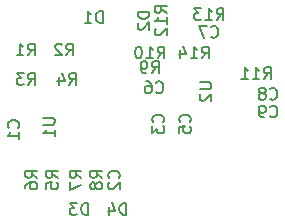
<source format=gbo>
%TF.GenerationSoftware,KiCad,Pcbnew,8.0.7*%
%TF.CreationDate,2024-12-30T16:44:34+01:00*%
%TF.ProjectId,arnie48,61726e69-6534-4382-9e6b-696361645f70,rev?*%
%TF.SameCoordinates,Original*%
%TF.FileFunction,Legend,Bot*%
%TF.FilePolarity,Positive*%
%FSLAX46Y46*%
G04 Gerber Fmt 4.6, Leading zero omitted, Abs format (unit mm)*
G04 Created by KiCad (PCBNEW 8.0.7) date 2024-12-30 16:44:34*
%MOMM*%
%LPD*%
G01*
G04 APERTURE LIST*
%ADD10C,0.150000*%
%ADD11R,1.700000X1.700000*%
G04 APERTURE END LIST*
D10*
X92666666Y-108359580D02*
X92714285Y-108407200D01*
X92714285Y-108407200D02*
X92857142Y-108454819D01*
X92857142Y-108454819D02*
X92952380Y-108454819D01*
X92952380Y-108454819D02*
X93095237Y-108407200D01*
X93095237Y-108407200D02*
X93190475Y-108311961D01*
X93190475Y-108311961D02*
X93238094Y-108216723D01*
X93238094Y-108216723D02*
X93285713Y-108026247D01*
X93285713Y-108026247D02*
X93285713Y-107883390D01*
X93285713Y-107883390D02*
X93238094Y-107692914D01*
X93238094Y-107692914D02*
X93190475Y-107597676D01*
X93190475Y-107597676D02*
X93095237Y-107502438D01*
X93095237Y-107502438D02*
X92952380Y-107454819D01*
X92952380Y-107454819D02*
X92857142Y-107454819D01*
X92857142Y-107454819D02*
X92714285Y-107502438D01*
X92714285Y-107502438D02*
X92666666Y-107550057D01*
X92333332Y-107454819D02*
X91666666Y-107454819D01*
X91666666Y-107454819D02*
X92095237Y-108454819D01*
X88904819Y-106357142D02*
X88428628Y-106023809D01*
X88904819Y-105785714D02*
X87904819Y-105785714D01*
X87904819Y-105785714D02*
X87904819Y-106166666D01*
X87904819Y-106166666D02*
X87952438Y-106261904D01*
X87952438Y-106261904D02*
X88000057Y-106309523D01*
X88000057Y-106309523D02*
X88095295Y-106357142D01*
X88095295Y-106357142D02*
X88238152Y-106357142D01*
X88238152Y-106357142D02*
X88333390Y-106309523D01*
X88333390Y-106309523D02*
X88381009Y-106261904D01*
X88381009Y-106261904D02*
X88428628Y-106166666D01*
X88428628Y-106166666D02*
X88428628Y-105785714D01*
X88904819Y-107309523D02*
X88904819Y-106738095D01*
X88904819Y-107023809D02*
X87904819Y-107023809D01*
X87904819Y-107023809D02*
X88047676Y-106928571D01*
X88047676Y-106928571D02*
X88142914Y-106833333D01*
X88142914Y-106833333D02*
X88190533Y-106738095D01*
X88000057Y-107690476D02*
X87952438Y-107738095D01*
X87952438Y-107738095D02*
X87904819Y-107833333D01*
X87904819Y-107833333D02*
X87904819Y-108071428D01*
X87904819Y-108071428D02*
X87952438Y-108166666D01*
X87952438Y-108166666D02*
X88000057Y-108214285D01*
X88000057Y-108214285D02*
X88095295Y-108261904D01*
X88095295Y-108261904D02*
X88190533Y-108261904D01*
X88190533Y-108261904D02*
X88333390Y-108214285D01*
X88333390Y-108214285D02*
X88904819Y-107642857D01*
X88904819Y-107642857D02*
X88904819Y-108261904D01*
X85488094Y-123454819D02*
X85488094Y-122454819D01*
X85488094Y-122454819D02*
X85249999Y-122454819D01*
X85249999Y-122454819D02*
X85107142Y-122502438D01*
X85107142Y-122502438D02*
X85011904Y-122597676D01*
X85011904Y-122597676D02*
X84964285Y-122692914D01*
X84964285Y-122692914D02*
X84916666Y-122883390D01*
X84916666Y-122883390D02*
X84916666Y-123026247D01*
X84916666Y-123026247D02*
X84964285Y-123216723D01*
X84964285Y-123216723D02*
X85011904Y-123311961D01*
X85011904Y-123311961D02*
X85107142Y-123407200D01*
X85107142Y-123407200D02*
X85249999Y-123454819D01*
X85249999Y-123454819D02*
X85488094Y-123454819D01*
X84059523Y-122788152D02*
X84059523Y-123454819D01*
X84297618Y-122407200D02*
X84535713Y-123121485D01*
X84535713Y-123121485D02*
X83916666Y-123121485D01*
X97142857Y-111954819D02*
X97476190Y-111478628D01*
X97714285Y-111954819D02*
X97714285Y-110954819D01*
X97714285Y-110954819D02*
X97333333Y-110954819D01*
X97333333Y-110954819D02*
X97238095Y-111002438D01*
X97238095Y-111002438D02*
X97190476Y-111050057D01*
X97190476Y-111050057D02*
X97142857Y-111145295D01*
X97142857Y-111145295D02*
X97142857Y-111288152D01*
X97142857Y-111288152D02*
X97190476Y-111383390D01*
X97190476Y-111383390D02*
X97238095Y-111431009D01*
X97238095Y-111431009D02*
X97333333Y-111478628D01*
X97333333Y-111478628D02*
X97714285Y-111478628D01*
X96190476Y-111954819D02*
X96761904Y-111954819D01*
X96476190Y-111954819D02*
X96476190Y-110954819D01*
X96476190Y-110954819D02*
X96571428Y-111097676D01*
X96571428Y-111097676D02*
X96666666Y-111192914D01*
X96666666Y-111192914D02*
X96761904Y-111240533D01*
X95238095Y-111954819D02*
X95809523Y-111954819D01*
X95523809Y-111954819D02*
X95523809Y-110954819D01*
X95523809Y-110954819D02*
X95619047Y-111097676D01*
X95619047Y-111097676D02*
X95714285Y-111192914D01*
X95714285Y-111192914D02*
X95809523Y-111240533D01*
X97666666Y-113609580D02*
X97714285Y-113657200D01*
X97714285Y-113657200D02*
X97857142Y-113704819D01*
X97857142Y-113704819D02*
X97952380Y-113704819D01*
X97952380Y-113704819D02*
X98095237Y-113657200D01*
X98095237Y-113657200D02*
X98190475Y-113561961D01*
X98190475Y-113561961D02*
X98238094Y-113466723D01*
X98238094Y-113466723D02*
X98285713Y-113276247D01*
X98285713Y-113276247D02*
X98285713Y-113133390D01*
X98285713Y-113133390D02*
X98238094Y-112942914D01*
X98238094Y-112942914D02*
X98190475Y-112847676D01*
X98190475Y-112847676D02*
X98095237Y-112752438D01*
X98095237Y-112752438D02*
X97952380Y-112704819D01*
X97952380Y-112704819D02*
X97857142Y-112704819D01*
X97857142Y-112704819D02*
X97714285Y-112752438D01*
X97714285Y-112752438D02*
X97666666Y-112800057D01*
X97095237Y-113133390D02*
X97190475Y-113085771D01*
X97190475Y-113085771D02*
X97238094Y-113038152D01*
X97238094Y-113038152D02*
X97285713Y-112942914D01*
X97285713Y-112942914D02*
X97285713Y-112895295D01*
X97285713Y-112895295D02*
X97238094Y-112800057D01*
X97238094Y-112800057D02*
X97190475Y-112752438D01*
X97190475Y-112752438D02*
X97095237Y-112704819D01*
X97095237Y-112704819D02*
X96904761Y-112704819D01*
X96904761Y-112704819D02*
X96809523Y-112752438D01*
X96809523Y-112752438D02*
X96761904Y-112800057D01*
X96761904Y-112800057D02*
X96714285Y-112895295D01*
X96714285Y-112895295D02*
X96714285Y-112942914D01*
X96714285Y-112942914D02*
X96761904Y-113038152D01*
X96761904Y-113038152D02*
X96809523Y-113085771D01*
X96809523Y-113085771D02*
X96904761Y-113133390D01*
X96904761Y-113133390D02*
X97095237Y-113133390D01*
X97095237Y-113133390D02*
X97190475Y-113181009D01*
X97190475Y-113181009D02*
X97238094Y-113228628D01*
X97238094Y-113228628D02*
X97285713Y-113323866D01*
X97285713Y-113323866D02*
X97285713Y-113514342D01*
X97285713Y-113514342D02*
X97238094Y-113609580D01*
X97238094Y-113609580D02*
X97190475Y-113657200D01*
X97190475Y-113657200D02*
X97095237Y-113704819D01*
X97095237Y-113704819D02*
X96904761Y-113704819D01*
X96904761Y-113704819D02*
X96809523Y-113657200D01*
X96809523Y-113657200D02*
X96761904Y-113609580D01*
X96761904Y-113609580D02*
X96714285Y-113514342D01*
X96714285Y-113514342D02*
X96714285Y-113323866D01*
X96714285Y-113323866D02*
X96761904Y-113228628D01*
X96761904Y-113228628D02*
X96809523Y-113181009D01*
X96809523Y-113181009D02*
X96904761Y-113133390D01*
X87666666Y-111454819D02*
X87999999Y-110978628D01*
X88238094Y-111454819D02*
X88238094Y-110454819D01*
X88238094Y-110454819D02*
X87857142Y-110454819D01*
X87857142Y-110454819D02*
X87761904Y-110502438D01*
X87761904Y-110502438D02*
X87714285Y-110550057D01*
X87714285Y-110550057D02*
X87666666Y-110645295D01*
X87666666Y-110645295D02*
X87666666Y-110788152D01*
X87666666Y-110788152D02*
X87714285Y-110883390D01*
X87714285Y-110883390D02*
X87761904Y-110931009D01*
X87761904Y-110931009D02*
X87857142Y-110978628D01*
X87857142Y-110978628D02*
X88238094Y-110978628D01*
X87190475Y-111454819D02*
X86999999Y-111454819D01*
X86999999Y-111454819D02*
X86904761Y-111407200D01*
X86904761Y-111407200D02*
X86857142Y-111359580D01*
X86857142Y-111359580D02*
X86761904Y-111216723D01*
X86761904Y-111216723D02*
X86714285Y-111026247D01*
X86714285Y-111026247D02*
X86714285Y-110645295D01*
X86714285Y-110645295D02*
X86761904Y-110550057D01*
X86761904Y-110550057D02*
X86809523Y-110502438D01*
X86809523Y-110502438D02*
X86904761Y-110454819D01*
X86904761Y-110454819D02*
X87095237Y-110454819D01*
X87095237Y-110454819D02*
X87190475Y-110502438D01*
X87190475Y-110502438D02*
X87238094Y-110550057D01*
X87238094Y-110550057D02*
X87285713Y-110645295D01*
X87285713Y-110645295D02*
X87285713Y-110883390D01*
X87285713Y-110883390D02*
X87238094Y-110978628D01*
X87238094Y-110978628D02*
X87190475Y-111026247D01*
X87190475Y-111026247D02*
X87095237Y-111073866D01*
X87095237Y-111073866D02*
X86904761Y-111073866D01*
X86904761Y-111073866D02*
X86809523Y-111026247D01*
X86809523Y-111026247D02*
X86761904Y-110978628D01*
X86761904Y-110978628D02*
X86714285Y-110883390D01*
X78454819Y-115238095D02*
X79264342Y-115238095D01*
X79264342Y-115238095D02*
X79359580Y-115285714D01*
X79359580Y-115285714D02*
X79407200Y-115333333D01*
X79407200Y-115333333D02*
X79454819Y-115428571D01*
X79454819Y-115428571D02*
X79454819Y-115619047D01*
X79454819Y-115619047D02*
X79407200Y-115714285D01*
X79407200Y-115714285D02*
X79359580Y-115761904D01*
X79359580Y-115761904D02*
X79264342Y-115809523D01*
X79264342Y-115809523D02*
X78454819Y-115809523D01*
X79454819Y-116809523D02*
X79454819Y-116238095D01*
X79454819Y-116523809D02*
X78454819Y-116523809D01*
X78454819Y-116523809D02*
X78597676Y-116428571D01*
X78597676Y-116428571D02*
X78692914Y-116333333D01*
X78692914Y-116333333D02*
X78740533Y-116238095D01*
X91704819Y-112238095D02*
X92514342Y-112238095D01*
X92514342Y-112238095D02*
X92609580Y-112285714D01*
X92609580Y-112285714D02*
X92657200Y-112333333D01*
X92657200Y-112333333D02*
X92704819Y-112428571D01*
X92704819Y-112428571D02*
X92704819Y-112619047D01*
X92704819Y-112619047D02*
X92657200Y-112714285D01*
X92657200Y-112714285D02*
X92609580Y-112761904D01*
X92609580Y-112761904D02*
X92514342Y-112809523D01*
X92514342Y-112809523D02*
X91704819Y-112809523D01*
X91800057Y-113238095D02*
X91752438Y-113285714D01*
X91752438Y-113285714D02*
X91704819Y-113380952D01*
X91704819Y-113380952D02*
X91704819Y-113619047D01*
X91704819Y-113619047D02*
X91752438Y-113714285D01*
X91752438Y-113714285D02*
X91800057Y-113761904D01*
X91800057Y-113761904D02*
X91895295Y-113809523D01*
X91895295Y-113809523D02*
X91990533Y-113809523D01*
X91990533Y-113809523D02*
X92133390Y-113761904D01*
X92133390Y-113761904D02*
X92704819Y-113190476D01*
X92704819Y-113190476D02*
X92704819Y-113809523D01*
X91892857Y-110204819D02*
X92226190Y-109728628D01*
X92464285Y-110204819D02*
X92464285Y-109204819D01*
X92464285Y-109204819D02*
X92083333Y-109204819D01*
X92083333Y-109204819D02*
X91988095Y-109252438D01*
X91988095Y-109252438D02*
X91940476Y-109300057D01*
X91940476Y-109300057D02*
X91892857Y-109395295D01*
X91892857Y-109395295D02*
X91892857Y-109538152D01*
X91892857Y-109538152D02*
X91940476Y-109633390D01*
X91940476Y-109633390D02*
X91988095Y-109681009D01*
X91988095Y-109681009D02*
X92083333Y-109728628D01*
X92083333Y-109728628D02*
X92464285Y-109728628D01*
X90940476Y-110204819D02*
X91511904Y-110204819D01*
X91226190Y-110204819D02*
X91226190Y-109204819D01*
X91226190Y-109204819D02*
X91321428Y-109347676D01*
X91321428Y-109347676D02*
X91416666Y-109442914D01*
X91416666Y-109442914D02*
X91511904Y-109490533D01*
X90083333Y-109538152D02*
X90083333Y-110204819D01*
X90321428Y-109157200D02*
X90559523Y-109871485D01*
X90559523Y-109871485D02*
X89940476Y-109871485D01*
X83454819Y-120333333D02*
X82978628Y-120000000D01*
X83454819Y-119761905D02*
X82454819Y-119761905D01*
X82454819Y-119761905D02*
X82454819Y-120142857D01*
X82454819Y-120142857D02*
X82502438Y-120238095D01*
X82502438Y-120238095D02*
X82550057Y-120285714D01*
X82550057Y-120285714D02*
X82645295Y-120333333D01*
X82645295Y-120333333D02*
X82788152Y-120333333D01*
X82788152Y-120333333D02*
X82883390Y-120285714D01*
X82883390Y-120285714D02*
X82931009Y-120238095D01*
X82931009Y-120238095D02*
X82978628Y-120142857D01*
X82978628Y-120142857D02*
X82978628Y-119761905D01*
X82883390Y-120904762D02*
X82835771Y-120809524D01*
X82835771Y-120809524D02*
X82788152Y-120761905D01*
X82788152Y-120761905D02*
X82692914Y-120714286D01*
X82692914Y-120714286D02*
X82645295Y-120714286D01*
X82645295Y-120714286D02*
X82550057Y-120761905D01*
X82550057Y-120761905D02*
X82502438Y-120809524D01*
X82502438Y-120809524D02*
X82454819Y-120904762D01*
X82454819Y-120904762D02*
X82454819Y-121095238D01*
X82454819Y-121095238D02*
X82502438Y-121190476D01*
X82502438Y-121190476D02*
X82550057Y-121238095D01*
X82550057Y-121238095D02*
X82645295Y-121285714D01*
X82645295Y-121285714D02*
X82692914Y-121285714D01*
X82692914Y-121285714D02*
X82788152Y-121238095D01*
X82788152Y-121238095D02*
X82835771Y-121190476D01*
X82835771Y-121190476D02*
X82883390Y-121095238D01*
X82883390Y-121095238D02*
X82883390Y-120904762D01*
X82883390Y-120904762D02*
X82931009Y-120809524D01*
X82931009Y-120809524D02*
X82978628Y-120761905D01*
X82978628Y-120761905D02*
X83073866Y-120714286D01*
X83073866Y-120714286D02*
X83264342Y-120714286D01*
X83264342Y-120714286D02*
X83359580Y-120761905D01*
X83359580Y-120761905D02*
X83407200Y-120809524D01*
X83407200Y-120809524D02*
X83454819Y-120904762D01*
X83454819Y-120904762D02*
X83454819Y-121095238D01*
X83454819Y-121095238D02*
X83407200Y-121190476D01*
X83407200Y-121190476D02*
X83359580Y-121238095D01*
X83359580Y-121238095D02*
X83264342Y-121285714D01*
X83264342Y-121285714D02*
X83073866Y-121285714D01*
X83073866Y-121285714D02*
X82978628Y-121238095D01*
X82978628Y-121238095D02*
X82931009Y-121190476D01*
X82931009Y-121190476D02*
X82883390Y-121095238D01*
X93142857Y-106954819D02*
X93476190Y-106478628D01*
X93714285Y-106954819D02*
X93714285Y-105954819D01*
X93714285Y-105954819D02*
X93333333Y-105954819D01*
X93333333Y-105954819D02*
X93238095Y-106002438D01*
X93238095Y-106002438D02*
X93190476Y-106050057D01*
X93190476Y-106050057D02*
X93142857Y-106145295D01*
X93142857Y-106145295D02*
X93142857Y-106288152D01*
X93142857Y-106288152D02*
X93190476Y-106383390D01*
X93190476Y-106383390D02*
X93238095Y-106431009D01*
X93238095Y-106431009D02*
X93333333Y-106478628D01*
X93333333Y-106478628D02*
X93714285Y-106478628D01*
X92190476Y-106954819D02*
X92761904Y-106954819D01*
X92476190Y-106954819D02*
X92476190Y-105954819D01*
X92476190Y-105954819D02*
X92571428Y-106097676D01*
X92571428Y-106097676D02*
X92666666Y-106192914D01*
X92666666Y-106192914D02*
X92761904Y-106240533D01*
X91857142Y-105954819D02*
X91238095Y-105954819D01*
X91238095Y-105954819D02*
X91571428Y-106335771D01*
X91571428Y-106335771D02*
X91428571Y-106335771D01*
X91428571Y-106335771D02*
X91333333Y-106383390D01*
X91333333Y-106383390D02*
X91285714Y-106431009D01*
X91285714Y-106431009D02*
X91238095Y-106526247D01*
X91238095Y-106526247D02*
X91238095Y-106764342D01*
X91238095Y-106764342D02*
X91285714Y-106859580D01*
X91285714Y-106859580D02*
X91333333Y-106907200D01*
X91333333Y-106907200D02*
X91428571Y-106954819D01*
X91428571Y-106954819D02*
X91714285Y-106954819D01*
X91714285Y-106954819D02*
X91809523Y-106907200D01*
X91809523Y-106907200D02*
X91857142Y-106859580D01*
X77954819Y-120333333D02*
X77478628Y-120000000D01*
X77954819Y-119761905D02*
X76954819Y-119761905D01*
X76954819Y-119761905D02*
X76954819Y-120142857D01*
X76954819Y-120142857D02*
X77002438Y-120238095D01*
X77002438Y-120238095D02*
X77050057Y-120285714D01*
X77050057Y-120285714D02*
X77145295Y-120333333D01*
X77145295Y-120333333D02*
X77288152Y-120333333D01*
X77288152Y-120333333D02*
X77383390Y-120285714D01*
X77383390Y-120285714D02*
X77431009Y-120238095D01*
X77431009Y-120238095D02*
X77478628Y-120142857D01*
X77478628Y-120142857D02*
X77478628Y-119761905D01*
X76954819Y-121190476D02*
X76954819Y-121000000D01*
X76954819Y-121000000D02*
X77002438Y-120904762D01*
X77002438Y-120904762D02*
X77050057Y-120857143D01*
X77050057Y-120857143D02*
X77192914Y-120761905D01*
X77192914Y-120761905D02*
X77383390Y-120714286D01*
X77383390Y-120714286D02*
X77764342Y-120714286D01*
X77764342Y-120714286D02*
X77859580Y-120761905D01*
X77859580Y-120761905D02*
X77907200Y-120809524D01*
X77907200Y-120809524D02*
X77954819Y-120904762D01*
X77954819Y-120904762D02*
X77954819Y-121095238D01*
X77954819Y-121095238D02*
X77907200Y-121190476D01*
X77907200Y-121190476D02*
X77859580Y-121238095D01*
X77859580Y-121238095D02*
X77764342Y-121285714D01*
X77764342Y-121285714D02*
X77526247Y-121285714D01*
X77526247Y-121285714D02*
X77431009Y-121238095D01*
X77431009Y-121238095D02*
X77383390Y-121190476D01*
X77383390Y-121190476D02*
X77335771Y-121095238D01*
X77335771Y-121095238D02*
X77335771Y-120904762D01*
X77335771Y-120904762D02*
X77383390Y-120809524D01*
X77383390Y-120809524D02*
X77431009Y-120761905D01*
X77431009Y-120761905D02*
X77526247Y-120714286D01*
X88142857Y-110204819D02*
X88476190Y-109728628D01*
X88714285Y-110204819D02*
X88714285Y-109204819D01*
X88714285Y-109204819D02*
X88333333Y-109204819D01*
X88333333Y-109204819D02*
X88238095Y-109252438D01*
X88238095Y-109252438D02*
X88190476Y-109300057D01*
X88190476Y-109300057D02*
X88142857Y-109395295D01*
X88142857Y-109395295D02*
X88142857Y-109538152D01*
X88142857Y-109538152D02*
X88190476Y-109633390D01*
X88190476Y-109633390D02*
X88238095Y-109681009D01*
X88238095Y-109681009D02*
X88333333Y-109728628D01*
X88333333Y-109728628D02*
X88714285Y-109728628D01*
X87190476Y-110204819D02*
X87761904Y-110204819D01*
X87476190Y-110204819D02*
X87476190Y-109204819D01*
X87476190Y-109204819D02*
X87571428Y-109347676D01*
X87571428Y-109347676D02*
X87666666Y-109442914D01*
X87666666Y-109442914D02*
X87761904Y-109490533D01*
X86571428Y-109204819D02*
X86476190Y-109204819D01*
X86476190Y-109204819D02*
X86380952Y-109252438D01*
X86380952Y-109252438D02*
X86333333Y-109300057D01*
X86333333Y-109300057D02*
X86285714Y-109395295D01*
X86285714Y-109395295D02*
X86238095Y-109585771D01*
X86238095Y-109585771D02*
X86238095Y-109823866D01*
X86238095Y-109823866D02*
X86285714Y-110014342D01*
X86285714Y-110014342D02*
X86333333Y-110109580D01*
X86333333Y-110109580D02*
X86380952Y-110157200D01*
X86380952Y-110157200D02*
X86476190Y-110204819D01*
X86476190Y-110204819D02*
X86571428Y-110204819D01*
X86571428Y-110204819D02*
X86666666Y-110157200D01*
X86666666Y-110157200D02*
X86714285Y-110109580D01*
X86714285Y-110109580D02*
X86761904Y-110014342D01*
X86761904Y-110014342D02*
X86809523Y-109823866D01*
X86809523Y-109823866D02*
X86809523Y-109585771D01*
X86809523Y-109585771D02*
X86761904Y-109395295D01*
X86761904Y-109395295D02*
X86714285Y-109300057D01*
X86714285Y-109300057D02*
X86666666Y-109252438D01*
X86666666Y-109252438D02*
X86571428Y-109204819D01*
X88016666Y-113059580D02*
X88064285Y-113107200D01*
X88064285Y-113107200D02*
X88207142Y-113154819D01*
X88207142Y-113154819D02*
X88302380Y-113154819D01*
X88302380Y-113154819D02*
X88445237Y-113107200D01*
X88445237Y-113107200D02*
X88540475Y-113011961D01*
X88540475Y-113011961D02*
X88588094Y-112916723D01*
X88588094Y-112916723D02*
X88635713Y-112726247D01*
X88635713Y-112726247D02*
X88635713Y-112583390D01*
X88635713Y-112583390D02*
X88588094Y-112392914D01*
X88588094Y-112392914D02*
X88540475Y-112297676D01*
X88540475Y-112297676D02*
X88445237Y-112202438D01*
X88445237Y-112202438D02*
X88302380Y-112154819D01*
X88302380Y-112154819D02*
X88207142Y-112154819D01*
X88207142Y-112154819D02*
X88064285Y-112202438D01*
X88064285Y-112202438D02*
X88016666Y-112250057D01*
X87159523Y-112154819D02*
X87349999Y-112154819D01*
X87349999Y-112154819D02*
X87445237Y-112202438D01*
X87445237Y-112202438D02*
X87492856Y-112250057D01*
X87492856Y-112250057D02*
X87588094Y-112392914D01*
X87588094Y-112392914D02*
X87635713Y-112583390D01*
X87635713Y-112583390D02*
X87635713Y-112964342D01*
X87635713Y-112964342D02*
X87588094Y-113059580D01*
X87588094Y-113059580D02*
X87540475Y-113107200D01*
X87540475Y-113107200D02*
X87445237Y-113154819D01*
X87445237Y-113154819D02*
X87254761Y-113154819D01*
X87254761Y-113154819D02*
X87159523Y-113107200D01*
X87159523Y-113107200D02*
X87111904Y-113059580D01*
X87111904Y-113059580D02*
X87064285Y-112964342D01*
X87064285Y-112964342D02*
X87064285Y-112726247D01*
X87064285Y-112726247D02*
X87111904Y-112631009D01*
X87111904Y-112631009D02*
X87159523Y-112583390D01*
X87159523Y-112583390D02*
X87254761Y-112535771D01*
X87254761Y-112535771D02*
X87445237Y-112535771D01*
X87445237Y-112535771D02*
X87540475Y-112583390D01*
X87540475Y-112583390D02*
X87588094Y-112631009D01*
X87588094Y-112631009D02*
X87635713Y-112726247D01*
X87454819Y-106261905D02*
X86454819Y-106261905D01*
X86454819Y-106261905D02*
X86454819Y-106500000D01*
X86454819Y-106500000D02*
X86502438Y-106642857D01*
X86502438Y-106642857D02*
X86597676Y-106738095D01*
X86597676Y-106738095D02*
X86692914Y-106785714D01*
X86692914Y-106785714D02*
X86883390Y-106833333D01*
X86883390Y-106833333D02*
X87026247Y-106833333D01*
X87026247Y-106833333D02*
X87216723Y-106785714D01*
X87216723Y-106785714D02*
X87311961Y-106738095D01*
X87311961Y-106738095D02*
X87407200Y-106642857D01*
X87407200Y-106642857D02*
X87454819Y-106500000D01*
X87454819Y-106500000D02*
X87454819Y-106261905D01*
X86550057Y-107214286D02*
X86502438Y-107261905D01*
X86502438Y-107261905D02*
X86454819Y-107357143D01*
X86454819Y-107357143D02*
X86454819Y-107595238D01*
X86454819Y-107595238D02*
X86502438Y-107690476D01*
X86502438Y-107690476D02*
X86550057Y-107738095D01*
X86550057Y-107738095D02*
X86645295Y-107785714D01*
X86645295Y-107785714D02*
X86740533Y-107785714D01*
X86740533Y-107785714D02*
X86883390Y-107738095D01*
X86883390Y-107738095D02*
X87454819Y-107166667D01*
X87454819Y-107166667D02*
X87454819Y-107785714D01*
X84859580Y-120333333D02*
X84907200Y-120285714D01*
X84907200Y-120285714D02*
X84954819Y-120142857D01*
X84954819Y-120142857D02*
X84954819Y-120047619D01*
X84954819Y-120047619D02*
X84907200Y-119904762D01*
X84907200Y-119904762D02*
X84811961Y-119809524D01*
X84811961Y-119809524D02*
X84716723Y-119761905D01*
X84716723Y-119761905D02*
X84526247Y-119714286D01*
X84526247Y-119714286D02*
X84383390Y-119714286D01*
X84383390Y-119714286D02*
X84192914Y-119761905D01*
X84192914Y-119761905D02*
X84097676Y-119809524D01*
X84097676Y-119809524D02*
X84002438Y-119904762D01*
X84002438Y-119904762D02*
X83954819Y-120047619D01*
X83954819Y-120047619D02*
X83954819Y-120142857D01*
X83954819Y-120142857D02*
X84002438Y-120285714D01*
X84002438Y-120285714D02*
X84050057Y-120333333D01*
X84050057Y-120714286D02*
X84002438Y-120761905D01*
X84002438Y-120761905D02*
X83954819Y-120857143D01*
X83954819Y-120857143D02*
X83954819Y-121095238D01*
X83954819Y-121095238D02*
X84002438Y-121190476D01*
X84002438Y-121190476D02*
X84050057Y-121238095D01*
X84050057Y-121238095D02*
X84145295Y-121285714D01*
X84145295Y-121285714D02*
X84240533Y-121285714D01*
X84240533Y-121285714D02*
X84383390Y-121238095D01*
X84383390Y-121238095D02*
X84954819Y-120666667D01*
X84954819Y-120666667D02*
X84954819Y-121285714D01*
X77166666Y-109954819D02*
X77499999Y-109478628D01*
X77738094Y-109954819D02*
X77738094Y-108954819D01*
X77738094Y-108954819D02*
X77357142Y-108954819D01*
X77357142Y-108954819D02*
X77261904Y-109002438D01*
X77261904Y-109002438D02*
X77214285Y-109050057D01*
X77214285Y-109050057D02*
X77166666Y-109145295D01*
X77166666Y-109145295D02*
X77166666Y-109288152D01*
X77166666Y-109288152D02*
X77214285Y-109383390D01*
X77214285Y-109383390D02*
X77261904Y-109431009D01*
X77261904Y-109431009D02*
X77357142Y-109478628D01*
X77357142Y-109478628D02*
X77738094Y-109478628D01*
X76214285Y-109954819D02*
X76785713Y-109954819D01*
X76499999Y-109954819D02*
X76499999Y-108954819D01*
X76499999Y-108954819D02*
X76595237Y-109097676D01*
X76595237Y-109097676D02*
X76690475Y-109192914D01*
X76690475Y-109192914D02*
X76785713Y-109240533D01*
X77166666Y-112454819D02*
X77499999Y-111978628D01*
X77738094Y-112454819D02*
X77738094Y-111454819D01*
X77738094Y-111454819D02*
X77357142Y-111454819D01*
X77357142Y-111454819D02*
X77261904Y-111502438D01*
X77261904Y-111502438D02*
X77214285Y-111550057D01*
X77214285Y-111550057D02*
X77166666Y-111645295D01*
X77166666Y-111645295D02*
X77166666Y-111788152D01*
X77166666Y-111788152D02*
X77214285Y-111883390D01*
X77214285Y-111883390D02*
X77261904Y-111931009D01*
X77261904Y-111931009D02*
X77357142Y-111978628D01*
X77357142Y-111978628D02*
X77738094Y-111978628D01*
X76833332Y-111454819D02*
X76214285Y-111454819D01*
X76214285Y-111454819D02*
X76547618Y-111835771D01*
X76547618Y-111835771D02*
X76404761Y-111835771D01*
X76404761Y-111835771D02*
X76309523Y-111883390D01*
X76309523Y-111883390D02*
X76261904Y-111931009D01*
X76261904Y-111931009D02*
X76214285Y-112026247D01*
X76214285Y-112026247D02*
X76214285Y-112264342D01*
X76214285Y-112264342D02*
X76261904Y-112359580D01*
X76261904Y-112359580D02*
X76309523Y-112407200D01*
X76309523Y-112407200D02*
X76404761Y-112454819D01*
X76404761Y-112454819D02*
X76690475Y-112454819D01*
X76690475Y-112454819D02*
X76785713Y-112407200D01*
X76785713Y-112407200D02*
X76833332Y-112359580D01*
X81704819Y-120333333D02*
X81228628Y-120000000D01*
X81704819Y-119761905D02*
X80704819Y-119761905D01*
X80704819Y-119761905D02*
X80704819Y-120142857D01*
X80704819Y-120142857D02*
X80752438Y-120238095D01*
X80752438Y-120238095D02*
X80800057Y-120285714D01*
X80800057Y-120285714D02*
X80895295Y-120333333D01*
X80895295Y-120333333D02*
X81038152Y-120333333D01*
X81038152Y-120333333D02*
X81133390Y-120285714D01*
X81133390Y-120285714D02*
X81181009Y-120238095D01*
X81181009Y-120238095D02*
X81228628Y-120142857D01*
X81228628Y-120142857D02*
X81228628Y-119761905D01*
X80704819Y-120666667D02*
X80704819Y-121333333D01*
X80704819Y-121333333D02*
X81704819Y-120904762D01*
X80416666Y-109954819D02*
X80749999Y-109478628D01*
X80988094Y-109954819D02*
X80988094Y-108954819D01*
X80988094Y-108954819D02*
X80607142Y-108954819D01*
X80607142Y-108954819D02*
X80511904Y-109002438D01*
X80511904Y-109002438D02*
X80464285Y-109050057D01*
X80464285Y-109050057D02*
X80416666Y-109145295D01*
X80416666Y-109145295D02*
X80416666Y-109288152D01*
X80416666Y-109288152D02*
X80464285Y-109383390D01*
X80464285Y-109383390D02*
X80511904Y-109431009D01*
X80511904Y-109431009D02*
X80607142Y-109478628D01*
X80607142Y-109478628D02*
X80988094Y-109478628D01*
X80035713Y-109050057D02*
X79988094Y-109002438D01*
X79988094Y-109002438D02*
X79892856Y-108954819D01*
X79892856Y-108954819D02*
X79654761Y-108954819D01*
X79654761Y-108954819D02*
X79559523Y-109002438D01*
X79559523Y-109002438D02*
X79511904Y-109050057D01*
X79511904Y-109050057D02*
X79464285Y-109145295D01*
X79464285Y-109145295D02*
X79464285Y-109240533D01*
X79464285Y-109240533D02*
X79511904Y-109383390D01*
X79511904Y-109383390D02*
X80083332Y-109954819D01*
X80083332Y-109954819D02*
X79464285Y-109954819D01*
X83488094Y-107204819D02*
X83488094Y-106204819D01*
X83488094Y-106204819D02*
X83249999Y-106204819D01*
X83249999Y-106204819D02*
X83107142Y-106252438D01*
X83107142Y-106252438D02*
X83011904Y-106347676D01*
X83011904Y-106347676D02*
X82964285Y-106442914D01*
X82964285Y-106442914D02*
X82916666Y-106633390D01*
X82916666Y-106633390D02*
X82916666Y-106776247D01*
X82916666Y-106776247D02*
X82964285Y-106966723D01*
X82964285Y-106966723D02*
X83011904Y-107061961D01*
X83011904Y-107061961D02*
X83107142Y-107157200D01*
X83107142Y-107157200D02*
X83249999Y-107204819D01*
X83249999Y-107204819D02*
X83488094Y-107204819D01*
X81964285Y-107204819D02*
X82535713Y-107204819D01*
X82249999Y-107204819D02*
X82249999Y-106204819D01*
X82249999Y-106204819D02*
X82345237Y-106347676D01*
X82345237Y-106347676D02*
X82440475Y-106442914D01*
X82440475Y-106442914D02*
X82535713Y-106490533D01*
X79704819Y-120333333D02*
X79228628Y-120000000D01*
X79704819Y-119761905D02*
X78704819Y-119761905D01*
X78704819Y-119761905D02*
X78704819Y-120142857D01*
X78704819Y-120142857D02*
X78752438Y-120238095D01*
X78752438Y-120238095D02*
X78800057Y-120285714D01*
X78800057Y-120285714D02*
X78895295Y-120333333D01*
X78895295Y-120333333D02*
X79038152Y-120333333D01*
X79038152Y-120333333D02*
X79133390Y-120285714D01*
X79133390Y-120285714D02*
X79181009Y-120238095D01*
X79181009Y-120238095D02*
X79228628Y-120142857D01*
X79228628Y-120142857D02*
X79228628Y-119761905D01*
X78704819Y-121238095D02*
X78704819Y-120761905D01*
X78704819Y-120761905D02*
X79181009Y-120714286D01*
X79181009Y-120714286D02*
X79133390Y-120761905D01*
X79133390Y-120761905D02*
X79085771Y-120857143D01*
X79085771Y-120857143D02*
X79085771Y-121095238D01*
X79085771Y-121095238D02*
X79133390Y-121190476D01*
X79133390Y-121190476D02*
X79181009Y-121238095D01*
X79181009Y-121238095D02*
X79276247Y-121285714D01*
X79276247Y-121285714D02*
X79514342Y-121285714D01*
X79514342Y-121285714D02*
X79609580Y-121238095D01*
X79609580Y-121238095D02*
X79657200Y-121190476D01*
X79657200Y-121190476D02*
X79704819Y-121095238D01*
X79704819Y-121095238D02*
X79704819Y-120857143D01*
X79704819Y-120857143D02*
X79657200Y-120761905D01*
X79657200Y-120761905D02*
X79609580Y-120714286D01*
X97666666Y-115109580D02*
X97714285Y-115157200D01*
X97714285Y-115157200D02*
X97857142Y-115204819D01*
X97857142Y-115204819D02*
X97952380Y-115204819D01*
X97952380Y-115204819D02*
X98095237Y-115157200D01*
X98095237Y-115157200D02*
X98190475Y-115061961D01*
X98190475Y-115061961D02*
X98238094Y-114966723D01*
X98238094Y-114966723D02*
X98285713Y-114776247D01*
X98285713Y-114776247D02*
X98285713Y-114633390D01*
X98285713Y-114633390D02*
X98238094Y-114442914D01*
X98238094Y-114442914D02*
X98190475Y-114347676D01*
X98190475Y-114347676D02*
X98095237Y-114252438D01*
X98095237Y-114252438D02*
X97952380Y-114204819D01*
X97952380Y-114204819D02*
X97857142Y-114204819D01*
X97857142Y-114204819D02*
X97714285Y-114252438D01*
X97714285Y-114252438D02*
X97666666Y-114300057D01*
X97190475Y-115204819D02*
X96999999Y-115204819D01*
X96999999Y-115204819D02*
X96904761Y-115157200D01*
X96904761Y-115157200D02*
X96857142Y-115109580D01*
X96857142Y-115109580D02*
X96761904Y-114966723D01*
X96761904Y-114966723D02*
X96714285Y-114776247D01*
X96714285Y-114776247D02*
X96714285Y-114395295D01*
X96714285Y-114395295D02*
X96761904Y-114300057D01*
X96761904Y-114300057D02*
X96809523Y-114252438D01*
X96809523Y-114252438D02*
X96904761Y-114204819D01*
X96904761Y-114204819D02*
X97095237Y-114204819D01*
X97095237Y-114204819D02*
X97190475Y-114252438D01*
X97190475Y-114252438D02*
X97238094Y-114300057D01*
X97238094Y-114300057D02*
X97285713Y-114395295D01*
X97285713Y-114395295D02*
X97285713Y-114633390D01*
X97285713Y-114633390D02*
X97238094Y-114728628D01*
X97238094Y-114728628D02*
X97190475Y-114776247D01*
X97190475Y-114776247D02*
X97095237Y-114823866D01*
X97095237Y-114823866D02*
X96904761Y-114823866D01*
X96904761Y-114823866D02*
X96809523Y-114776247D01*
X96809523Y-114776247D02*
X96761904Y-114728628D01*
X96761904Y-114728628D02*
X96714285Y-114633390D01*
X90859580Y-115583333D02*
X90907200Y-115535714D01*
X90907200Y-115535714D02*
X90954819Y-115392857D01*
X90954819Y-115392857D02*
X90954819Y-115297619D01*
X90954819Y-115297619D02*
X90907200Y-115154762D01*
X90907200Y-115154762D02*
X90811961Y-115059524D01*
X90811961Y-115059524D02*
X90716723Y-115011905D01*
X90716723Y-115011905D02*
X90526247Y-114964286D01*
X90526247Y-114964286D02*
X90383390Y-114964286D01*
X90383390Y-114964286D02*
X90192914Y-115011905D01*
X90192914Y-115011905D02*
X90097676Y-115059524D01*
X90097676Y-115059524D02*
X90002438Y-115154762D01*
X90002438Y-115154762D02*
X89954819Y-115297619D01*
X89954819Y-115297619D02*
X89954819Y-115392857D01*
X89954819Y-115392857D02*
X90002438Y-115535714D01*
X90002438Y-115535714D02*
X90050057Y-115583333D01*
X89954819Y-116488095D02*
X89954819Y-116011905D01*
X89954819Y-116011905D02*
X90431009Y-115964286D01*
X90431009Y-115964286D02*
X90383390Y-116011905D01*
X90383390Y-116011905D02*
X90335771Y-116107143D01*
X90335771Y-116107143D02*
X90335771Y-116345238D01*
X90335771Y-116345238D02*
X90383390Y-116440476D01*
X90383390Y-116440476D02*
X90431009Y-116488095D01*
X90431009Y-116488095D02*
X90526247Y-116535714D01*
X90526247Y-116535714D02*
X90764342Y-116535714D01*
X90764342Y-116535714D02*
X90859580Y-116488095D01*
X90859580Y-116488095D02*
X90907200Y-116440476D01*
X90907200Y-116440476D02*
X90954819Y-116345238D01*
X90954819Y-116345238D02*
X90954819Y-116107143D01*
X90954819Y-116107143D02*
X90907200Y-116011905D01*
X90907200Y-116011905D02*
X90859580Y-115964286D01*
X80666666Y-112454819D02*
X80999999Y-111978628D01*
X81238094Y-112454819D02*
X81238094Y-111454819D01*
X81238094Y-111454819D02*
X80857142Y-111454819D01*
X80857142Y-111454819D02*
X80761904Y-111502438D01*
X80761904Y-111502438D02*
X80714285Y-111550057D01*
X80714285Y-111550057D02*
X80666666Y-111645295D01*
X80666666Y-111645295D02*
X80666666Y-111788152D01*
X80666666Y-111788152D02*
X80714285Y-111883390D01*
X80714285Y-111883390D02*
X80761904Y-111931009D01*
X80761904Y-111931009D02*
X80857142Y-111978628D01*
X80857142Y-111978628D02*
X81238094Y-111978628D01*
X79809523Y-111788152D02*
X79809523Y-112454819D01*
X80047618Y-111407200D02*
X80285713Y-112121485D01*
X80285713Y-112121485D02*
X79666666Y-112121485D01*
X82238094Y-123454819D02*
X82238094Y-122454819D01*
X82238094Y-122454819D02*
X81999999Y-122454819D01*
X81999999Y-122454819D02*
X81857142Y-122502438D01*
X81857142Y-122502438D02*
X81761904Y-122597676D01*
X81761904Y-122597676D02*
X81714285Y-122692914D01*
X81714285Y-122692914D02*
X81666666Y-122883390D01*
X81666666Y-122883390D02*
X81666666Y-123026247D01*
X81666666Y-123026247D02*
X81714285Y-123216723D01*
X81714285Y-123216723D02*
X81761904Y-123311961D01*
X81761904Y-123311961D02*
X81857142Y-123407200D01*
X81857142Y-123407200D02*
X81999999Y-123454819D01*
X81999999Y-123454819D02*
X82238094Y-123454819D01*
X81333332Y-122454819D02*
X80714285Y-122454819D01*
X80714285Y-122454819D02*
X81047618Y-122835771D01*
X81047618Y-122835771D02*
X80904761Y-122835771D01*
X80904761Y-122835771D02*
X80809523Y-122883390D01*
X80809523Y-122883390D02*
X80761904Y-122931009D01*
X80761904Y-122931009D02*
X80714285Y-123026247D01*
X80714285Y-123026247D02*
X80714285Y-123264342D01*
X80714285Y-123264342D02*
X80761904Y-123359580D01*
X80761904Y-123359580D02*
X80809523Y-123407200D01*
X80809523Y-123407200D02*
X80904761Y-123454819D01*
X80904761Y-123454819D02*
X81190475Y-123454819D01*
X81190475Y-123454819D02*
X81285713Y-123407200D01*
X81285713Y-123407200D02*
X81333332Y-123359580D01*
X88609580Y-115583333D02*
X88657200Y-115535714D01*
X88657200Y-115535714D02*
X88704819Y-115392857D01*
X88704819Y-115392857D02*
X88704819Y-115297619D01*
X88704819Y-115297619D02*
X88657200Y-115154762D01*
X88657200Y-115154762D02*
X88561961Y-115059524D01*
X88561961Y-115059524D02*
X88466723Y-115011905D01*
X88466723Y-115011905D02*
X88276247Y-114964286D01*
X88276247Y-114964286D02*
X88133390Y-114964286D01*
X88133390Y-114964286D02*
X87942914Y-115011905D01*
X87942914Y-115011905D02*
X87847676Y-115059524D01*
X87847676Y-115059524D02*
X87752438Y-115154762D01*
X87752438Y-115154762D02*
X87704819Y-115297619D01*
X87704819Y-115297619D02*
X87704819Y-115392857D01*
X87704819Y-115392857D02*
X87752438Y-115535714D01*
X87752438Y-115535714D02*
X87800057Y-115583333D01*
X87704819Y-115916667D02*
X87704819Y-116535714D01*
X87704819Y-116535714D02*
X88085771Y-116202381D01*
X88085771Y-116202381D02*
X88085771Y-116345238D01*
X88085771Y-116345238D02*
X88133390Y-116440476D01*
X88133390Y-116440476D02*
X88181009Y-116488095D01*
X88181009Y-116488095D02*
X88276247Y-116535714D01*
X88276247Y-116535714D02*
X88514342Y-116535714D01*
X88514342Y-116535714D02*
X88609580Y-116488095D01*
X88609580Y-116488095D02*
X88657200Y-116440476D01*
X88657200Y-116440476D02*
X88704819Y-116345238D01*
X88704819Y-116345238D02*
X88704819Y-116059524D01*
X88704819Y-116059524D02*
X88657200Y-115964286D01*
X88657200Y-115964286D02*
X88609580Y-115916667D01*
X76359580Y-116083333D02*
X76407200Y-116035714D01*
X76407200Y-116035714D02*
X76454819Y-115892857D01*
X76454819Y-115892857D02*
X76454819Y-115797619D01*
X76454819Y-115797619D02*
X76407200Y-115654762D01*
X76407200Y-115654762D02*
X76311961Y-115559524D01*
X76311961Y-115559524D02*
X76216723Y-115511905D01*
X76216723Y-115511905D02*
X76026247Y-115464286D01*
X76026247Y-115464286D02*
X75883390Y-115464286D01*
X75883390Y-115464286D02*
X75692914Y-115511905D01*
X75692914Y-115511905D02*
X75597676Y-115559524D01*
X75597676Y-115559524D02*
X75502438Y-115654762D01*
X75502438Y-115654762D02*
X75454819Y-115797619D01*
X75454819Y-115797619D02*
X75454819Y-115892857D01*
X75454819Y-115892857D02*
X75502438Y-116035714D01*
X75502438Y-116035714D02*
X75550057Y-116083333D01*
X76454819Y-117035714D02*
X76454819Y-116464286D01*
X76454819Y-116750000D02*
X75454819Y-116750000D01*
X75454819Y-116750000D02*
X75597676Y-116654762D01*
X75597676Y-116654762D02*
X75692914Y-116559524D01*
X75692914Y-116559524D02*
X75740533Y-116464286D01*
%LPC*%
D11*
%TO.C,J3*%
X98930000Y-106110000D03*
%TD*%
%TO.C,J4*%
X76070000Y-123890000D03*
%TD*%
%TO.C,J1*%
X76070000Y-106110000D03*
%TD*%
%TO.C,J2*%
X98930000Y-121350000D03*
%TD*%
%LPD*%
M02*

</source>
